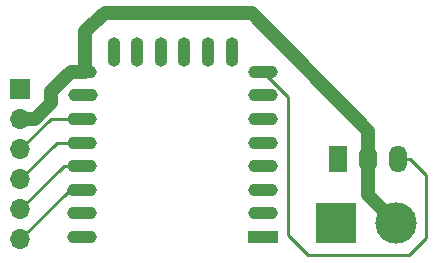
<source format=gbr>
G04 #@! TF.GenerationSoftware,KiCad,Pcbnew,(5.1.5)-3*
G04 #@! TF.CreationDate,2020-04-12T01:01:47+02:00*
G04 #@! TF.ProjectId,schinkli_brain,73636869-6e6b-46c6-995f-627261696e2e,rev?*
G04 #@! TF.SameCoordinates,Original*
G04 #@! TF.FileFunction,Copper,L1,Top*
G04 #@! TF.FilePolarity,Positive*
%FSLAX46Y46*%
G04 Gerber Fmt 4.6, Leading zero omitted, Abs format (unit mm)*
G04 Created by KiCad (PCBNEW (5.1.5)-3) date 2020-04-12 01:01:47*
%MOMM*%
%LPD*%
G04 APERTURE LIST*
%ADD10O,1.700000X1.700000*%
%ADD11R,1.700000X1.700000*%
%ADD12C,3.500120*%
%ADD13R,3.500120X3.500120*%
%ADD14O,1.100000X2.500000*%
%ADD15O,2.500000X1.100000*%
%ADD16R,2.500000X1.100000*%
%ADD17O,1.500000X2.300000*%
%ADD18R,1.500000X2.300000*%
%ADD19C,1.200000*%
%ADD20C,0.250000*%
G04 APERTURE END LIST*
D10*
X53500000Y-121200000D03*
X53500000Y-118660000D03*
X53500000Y-116120000D03*
X53500000Y-113580000D03*
X53500000Y-111040000D03*
D11*
X53500000Y-108500000D03*
D12*
X85280000Y-119800000D03*
D13*
X80200000Y-119800000D03*
D14*
X61378000Y-105300000D03*
X63378000Y-105300000D03*
X65378000Y-105300000D03*
X67378000Y-105300000D03*
X69378000Y-105300000D03*
X71378000Y-105300000D03*
D15*
X58668000Y-121000000D03*
X58668000Y-119000000D03*
X58668000Y-117000000D03*
X58668000Y-115000000D03*
X58668000Y-113000000D03*
X58668000Y-111000000D03*
X58768000Y-109000000D03*
X58668000Y-107000000D03*
X74068000Y-107000000D03*
X74068000Y-109000000D03*
X74068000Y-111000000D03*
X74068000Y-113000000D03*
X74068000Y-115000000D03*
X74068000Y-117000000D03*
X74068000Y-119000000D03*
D16*
X74068000Y-121000000D03*
D17*
X85480000Y-114400000D03*
X82940000Y-114400000D03*
D18*
X80400000Y-114400000D03*
D19*
X60668000Y-102032000D02*
X73114000Y-102032000D01*
X82940000Y-112050000D02*
X82940000Y-114400000D01*
X73114000Y-102032000D02*
X82940000Y-112050000D01*
X59000000Y-107000000D02*
X59000000Y-103556000D01*
X59000000Y-103556000D02*
X60668000Y-102032000D01*
X82940000Y-117460000D02*
X85280000Y-119800000D01*
X82940000Y-114400000D02*
X82940000Y-117460000D01*
X57790798Y-107000000D02*
X59000000Y-107000000D01*
X56096000Y-108636000D02*
X57790798Y-107000000D01*
X56096000Y-109652000D02*
X56096000Y-108636000D01*
X53500000Y-111040000D02*
X54702081Y-111040000D01*
X54702081Y-111040000D02*
X56096000Y-109652000D01*
D20*
X57700000Y-117000000D02*
X59000000Y-117000000D01*
X53500000Y-121200000D02*
X57700000Y-117000000D01*
X57160000Y-115000000D02*
X59000000Y-115000000D01*
X53500000Y-118660000D02*
X57160000Y-115000000D01*
X56620000Y-113000000D02*
X59000000Y-113000000D01*
X53500000Y-116120000D02*
X56620000Y-113000000D01*
X56080000Y-111000000D02*
X59000000Y-111000000D01*
X53500000Y-113580000D02*
X56080000Y-111000000D01*
D19*
X80200000Y-114600000D02*
X80400000Y-114400000D01*
D20*
X74018000Y-107000000D02*
X73000000Y-107000000D01*
X76162000Y-109144000D02*
X74018000Y-107000000D01*
X77868990Y-122534990D02*
X76162000Y-120828000D01*
X87846000Y-115766000D02*
X87846000Y-121082000D01*
X86393010Y-122534990D02*
X77868990Y-122534990D01*
X76162000Y-120828000D02*
X76162000Y-109144000D01*
X85480000Y-114400000D02*
X86480000Y-114400000D01*
X86480000Y-114400000D02*
X87846000Y-115766000D01*
X87846000Y-121082000D02*
X86393010Y-122534990D01*
M02*

</source>
